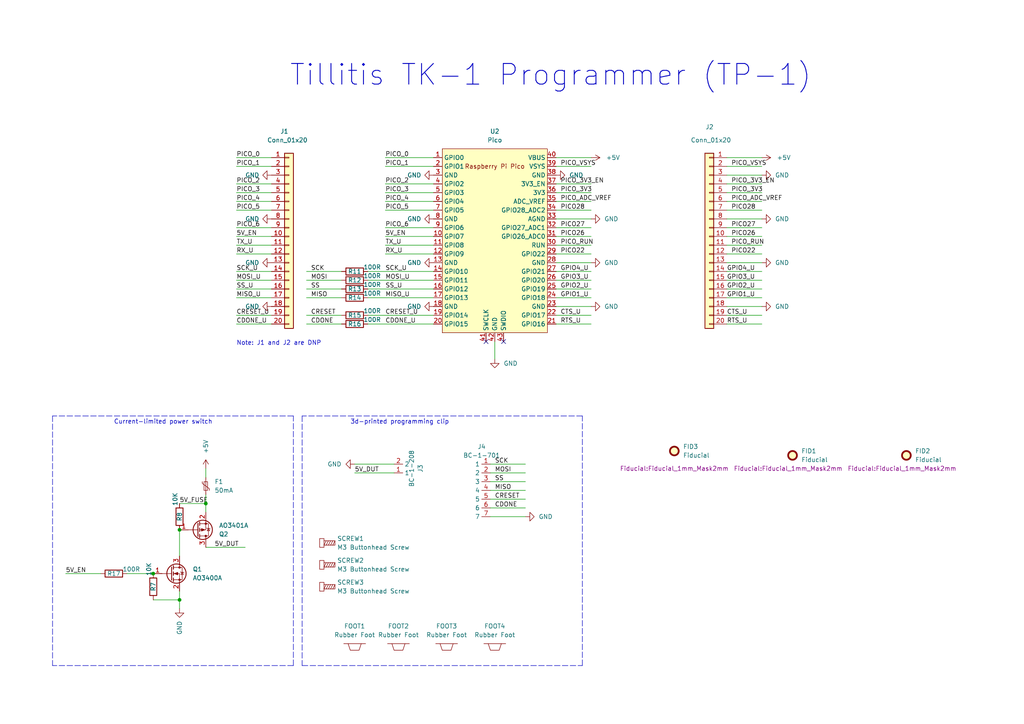
<source format=kicad_sch>
(kicad_sch (version 20211123) (generator eeschema)
  (paper "A4")
  (title_block (title "Tillits TK1 Programmer (TP-1)") (date "2022-09-12") (rev "RevA") (company "Tillitis AB") (comment 1 "2022-11-14") (comment 2 "https://github.com/tillitis/tillitis-key1"))
  (lib_symbols
    (symbol "Connector_Generic:Conn_01x20" (pin_names (offset 1.016) hide)
      (property "Reference" "J" (at 0 25.4 0))
      (property "Value" "Conn_01x20" (at 0 -27.94 0))
      (symbol "Conn_01x20_1_1"
        (rectangle (start -1.27 -25.273) (end 0 -25.527) (stroke (width 0.1524)))
        (rectangle (start -1.27 -22.733) (end 0 -22.987) (stroke (width 0.1524)))
        (rectangle (start -1.27 -20.193) (end 0 -20.447) (stroke (width 0.1524)))
        (rectangle (start -1.27 -17.653) (end 0 -17.907) (stroke (width 0.1524)))
        (rectangle (start -1.27 -15.113) (end 0 -15.367) (stroke (width 0.1524)))
        (rectangle (start -1.27 -12.573) (end 0 -12.827) (stroke (width 0.1524)))
        (rectangle (start -1.27 -10.033) (end 0 -10.287) (stroke (width 0.1524)))
        (rectangle (start -1.27 -7.493) (end 0 -7.747) (stroke (width 0.1524)))
        (rectangle (start -1.27 -4.953) (end 0 -5.207) (stroke (width 0.1524)))
        (rectangle (start -1.27 -2.413) (end 0 -2.667) (stroke (width 0.1524)))
        (rectangle (start -1.27 0.127) (end 0 -0.127) (stroke (width 0.1524)))
        (rectangle (start -1.27 2.667) (end 0 2.413) (stroke (width 0.1524)))
        (rectangle (start -1.27 5.207) (end 0 4.953) (stroke (width 0.1524)))
        (rectangle (start -1.27 7.747) (end 0 7.493) (stroke (width 0.1524)))
        (rectangle (start -1.27 10.287) (end 0 10.033) (stroke (width 0.1524)))
        (rectangle (start -1.27 12.827) (end 0 12.573) (stroke (width 0.1524)))
        (rectangle (start -1.27 15.367) (end 0 15.113) (stroke (width 0.1524)))
        (rectangle (start -1.27 17.907) (end 0 17.653) (stroke (width 0.1524)))
        (rectangle (start -1.27 20.447) (end 0 20.193) (stroke (width 0.1524)))
        (rectangle (start -1.27 22.987) (end 0 22.733) (stroke (width 0.1524)))
        (rectangle (start -1.27 24.13) (end 1.27 -26.67) (stroke (width 0.254)) (fill (type background)))
        (pin passive line (at -5.08 22.86 0) (length 3.81) (name "Pin_1") (number "1"))
        (pin passive line (at -5.08 0 0) (length 3.81) (name "Pin_10") (number "10"))
        (pin passive line (at -5.08 -2.54 0) (length 3.81) (name "Pin_11") (number "11"))
        (pin passive line (at -5.08 -5.08 0) (length 3.81) (name "Pin_12") (number "12"))
        (pin passive line (at -5.08 -7.62 0) (length 3.81) (name "Pin_13") (number "13"))
        (pin passive line (at -5.08 -10.16 0) (length 3.81) (name "Pin_14") (number "14"))
        (pin passive line (at -5.08 -12.7 0) (length 3.81) (name "Pin_15") (number "15"))
        (pin passive line (at -5.08 -15.24 0) (length 3.81) (name "Pin_16") (number "16"))
        (pin passive line (at -5.08 -17.78 0) (length 3.81) (name "Pin_17") (number "17"))
        (pin passive line (at -5.08 -20.32 0) (length 3.81) (name "Pin_18") (number "18"))
        (pin passive line (at -5.08 -22.86 0) (length 3.81) (name "Pin_19") (number "19"))
        (pin passive line (at -5.08 20.32 0) (length 3.81) (name "Pin_2") (number "2"))
        (pin passive line (at -5.08 -25.4 0) (length 3.81) (name "Pin_20") (number "20"))
        (pin passive line (at -5.08 17.78 0) (length 3.81) (name "Pin_3") (number "3"))
        (pin passive line (at -5.08 15.24 0) (length 3.81) (name "Pin_4") (number "4"))
        (pin passive line (at -5.08 12.7 0) (length 3.81) (name "Pin_5") (number "5"))
        (pin passive line (at -5.08 10.16 0) (length 3.81) (name "Pin_6") (number "6"))
        (pin passive line (at -5.08 7.62 0) (length 3.81) (name "Pin_7") (number "7"))
        (pin passive line (at -5.08 5.08 0) (length 3.81) (name "Pin_8") (number "8"))
        (pin passive line (at -5.08 2.54 0) (length 3.81) (name "Pin_9") (number "9"))
      )
    )
    (symbol "Device:Polyfuse_Small" (pin_numbers hide) (pin_names (offset 0))
      (property "Reference" "F" (at -1.905 0 90))
      (property "Value" "Polyfuse_Small" (at 1.905 0 90))
      (symbol "Polyfuse_Small_0_1"
        (rectangle (start -0.508 1.27) (end 0.508 -1.27))
        (polyline (pts (xy 0 2.54) (xy 0 -2.54)))
        (polyline (pts (xy -1.016 1.27) (xy -1.016 0.762) (xy 1.016 -0.762) (xy 1.016 -1.27)))
      )
      (symbol "Polyfuse_Small_1_1"
        (pin passive line (at 0 2.54 270) (length 0.635) (name "~") (number "1"))
        (pin passive line (at 0 -2.54 90) (length 0.635) (name "~") (number "2"))
      )
    )
    (symbol "Device:R" (pin_numbers hide) (pin_names (offset 0))
      (property "Reference" "R" (at 2.032 0 90))
      (property "Value" "R" (at 0 0 90))
      (symbol "R_0_1"
        (rectangle (start -1.016 -2.54) (end 1.016 2.54) (stroke (width 0.254)))
      )
      (symbol "R_1_1"
        (pin passive line (at 0 3.81 270) (length 1.27) (name "~") (number "1"))
        (pin passive line (at 0 -3.81 90) (length 1.27) (name "~") (number "2"))
      )
    )
    (symbol "MCU_RaspberryPi_and_Boards:Pico"
      (property "Reference" "U" (at -13.97 27.94 0))
      (property "Value" "Pico" (at 0 19.05 0))
      (symbol "Pico_0_0"
        (text "Raspberry Pi Pico" (at 0 21.59 0) (effects (font (size 1.27 1.27))))
      )
      (symbol "Pico_0_1"
        (rectangle (start -15.24 26.67) (end 15.24 -26.67) (fill (type background)))
      )
      (symbol "Pico_1_1"
        (pin bidirectional line (at -17.78 24.13 0) (length 2.54) (name "GPIO0") (number "1"))
        (pin bidirectional line (at -17.78 1.27 0) (length 2.54) (name "GPIO7") (number "10"))
        (pin bidirectional line (at -17.78 -1.27 0) (length 2.54) (name "GPIO8") (number "11"))
        (pin bidirectional line (at -17.78 -3.81 0) (length 2.54) (name "GPIO9") (number "12"))
        (pin power_in line (at -17.78 -6.35 0) (length 2.54) (name "GND") (number "13"))
        (pin bidirectional line (at -17.78 -8.89 0) (length 2.54) (name "GPIO10") (number "14"))
        (pin bidirectional line (at -17.78 -11.43 0) (length 2.54) (name "GPIO11") (number "15"))
        (pin bidirectional line (at -17.78 -13.97 0) (length 2.54) (name "GPIO12") (number "16"))
        (pin bidirectional line (at -17.78 -16.51 0) (length 2.54) (name "GPIO13") (number "17"))
        (pin power_in line (at -17.78 -19.05 0) (length 2.54) (name "GND") (number "18"))
        (pin bidirectional line (at -17.78 -21.59 0) (length 2.54) (name "GPIO14") (number "19"))
        (pin bidirectional line (at -17.78 21.59 0) (length 2.54) (name "GPIO1") (number "2"))
        (pin bidirectional line (at -17.78 -24.13 0) (length 2.54) (name "GPIO15") (number "20"))
        (pin bidirectional line (at 17.78 -24.13 180) (length 2.54) (name "GPIO16") (number "21"))
        (pin bidirectional line (at 17.78 -21.59 180) (length 2.54) (name "GPIO17") (number "22"))
        (pin power_in line (at 17.78 -19.05 180) (length 2.54) (name "GND") (number "23"))
        (pin bidirectional line (at 17.78 -16.51 180) (length 2.54) (name "GPIO18") (number "24"))
        (pin bidirectional line (at 17.78 -13.97 180) (length 2.54) (name "GPIO19") (number "25"))
        (pin bidirectional line (at 17.78 -11.43 180) (length 2.54) (name "GPIO20") (number "26"))
        (pin bidirectional line (at 17.78 -8.89 180) (length 2.54) (name "GPIO21") (number "27"))
        (pin power_in line (at 17.78 -6.35 180) (length 2.54) (name "GND") (number "28"))
        (pin bidirectional line (at 17.78 -3.81 180) (length 2.54) (name "GPIO22") (number "29"))
        (pin power_in line (at -17.78 19.05 0) (length 2.54) (name "GND") (number "3"))
        (pin input line (at 17.78 -1.27 180) (length 2.54) (name "RUN") (number "30"))
        (pin bidirectional line (at 17.78 1.27 180) (length 2.54) (name "GPIO26_ADC0") (number "31"))
        (pin bidirectional line (at 17.78 3.81 180) (length 2.54) (name "GPIO27_ADC1") (number "32"))
        (pin power_in line (at 17.78 6.35 180) (length 2.54) (name "AGND") (number "33"))
        (pin bidirectional line (at 17.78 8.89 180) (length 2.54) (name "GPIO28_ADC2") (number "34"))
        (pin power_in line (at 17.78 11.43 180) (length 2.54) (name "ADC_VREF") (number "35"))
        (pin power_in line (at 17.78 13.97 180) (length 2.54) (name "3V3") (number "36"))
        (pin input line (at 17.78 16.51 180) (length 2.54) (name "3V3_EN") (number "37"))
        (pin bidirectional line (at 17.78 19.05 180) (length 2.54) (name "GND") (number "38"))
        (pin power_in line (at 17.78 21.59 180) (length 2.54) (name "VSYS") (number "39"))
        (pin bidirectional line (at -17.78 16.51 0) (length 2.54) (name "GPIO2") (number "4"))
        (pin power_in line (at 17.78 24.13 180) (length 2.54) (name "VBUS") (number "40"))
        (pin input line (at -2.54 -29.21 90) (length 2.54) (name "SWCLK") (number "41"))
        (pin power_in line (at 0 -29.21 90) (length 2.54) (name "GND") (number "42"))
        (pin bidirectional line (at 2.54 -29.21 90) (length 2.54) (name "SWDIO") (number "43"))
        (pin bidirectional line (at -17.78 13.97 0) (length 2.54) (name "GPIO3") (number "5"))
        (pin bidirectional line (at -17.78 11.43 0) (length 2.54) (name "GPIO4") (number "6"))
        (pin bidirectional line (at -17.78 8.89 0) (length 2.54) (name "GPIO5") (number "7"))
        (pin power_in line (at -17.78 6.35 0) (length 2.54) (name "GND") (number "8"))
        (pin bidirectional line (at -17.78 3.81 0) (length 2.54) (name "GPIO6") (number "9"))
      )
    )
    (symbol "Mechanical:Fiducial"
      (property "Reference" "FID" (at 0 5.08 0))
      (property "Value" "Fiducial" (at 0 3.175 0))
      (symbol "Fiducial_0_1"
        (circle (center 0 0) (radius 1.27) (stroke (width 0.508)) (fill (type background)))
      )
    )
    (symbol "Transistor_FET:AO3400A" (pin_names hide)
      (property "Reference" "Q" (at 5.08 1.905 0))
      (property "Value" "AO3400A" (at 5.08 0 0))
      (symbol "AO3400A_0_1"
        (polyline (pts (xy 0.254 0) (xy -2.54 0)))
        (polyline (pts (xy 0.254 1.905) (xy 0.254 -1.905)) (stroke (width 0.254)))
        (polyline (pts (xy 0.762 -1.27) (xy 0.762 -2.286)) (stroke (width 0.254)))
        (polyline (pts (xy 0.762 0.508) (xy 0.762 -0.508)) (stroke (width 0.254)))
        (polyline (pts (xy 0.762 2.286) (xy 0.762 1.27)) (stroke (width 0.254)))
        (polyline (pts (xy 2.54 2.54) (xy 2.54 1.778)))
        (polyline (pts (xy 2.54 -2.54) (xy 2.54 0) (xy 0.762 0)))
        (polyline (pts (xy 0.762 -1.778) (xy 3.302 -1.778) (xy 3.302 1.778) (xy 0.762 1.778)))
        (polyline (pts (xy 1.016 0) (xy 2.032 0.381) (xy 2.032 -0.381) (xy 1.016 0)) (fill (type outline)))
        (polyline (pts (xy 2.794 0.508) (xy 2.921 0.381) (xy 3.683 0.381) (xy 3.81 0.254)))
        (polyline (pts (xy 3.302 0.381) (xy 2.921 -0.254) (xy 3.683 -0.254) (xy 3.302 0.381)))
        (circle (center 1.651 0) (radius 2.794) (stroke (width 0.254)))
        (circle (center 2.54 -1.778) (radius 0.254) (fill (type outline)))
        (circle (center 2.54 1.778) (radius 0.254) (fill (type outline)))
      )
      (symbol "AO3400A_1_1"
        (pin input line (at -5.08 0 0) (length 2.54) (name "G") (number "1"))
        (pin passive line (at 2.54 -5.08 90) (length 2.54) (name "S") (number "2"))
        (pin passive line (at 2.54 5.08 270) (length 2.54) (name "D") (number "3"))
      )
    )
    (symbol "Transistor_FET:AO3401A" (pin_names hide)
      (property "Reference" "Q" (at 5.08 1.905 0))
      (property "Value" "AO3401A" (at 5.08 0 0))
      (symbol "AO3401A_0_1"
        (polyline (pts (xy 0.254 0) (xy -2.54 0)))
        (polyline (pts (xy 0.254 1.905) (xy 0.254 -1.905)) (stroke (width 0.254)))
        (polyline (pts (xy 0.762 -1.27) (xy 0.762 -2.286)) (stroke (width 0.254)))
        (polyline (pts (xy 0.762 0.508) (xy 0.762 -0.508)) (stroke (width 0.254)))
        (polyline (pts (xy 0.762 2.286) (xy 0.762 1.27)) (stroke (width 0.254)))
        (polyline (pts (xy 2.54 2.54) (xy 2.54 1.778)))
        (polyline (pts (xy 2.54 -2.54) (xy 2.54 0) (xy 0.762 0)))
        (polyline (pts (xy 0.762 1.778) (xy 3.302 1.778) (xy 3.302 -1.778) (xy 0.762 -1.778)))
        (polyline (pts (xy 2.286 0) (xy 1.27 0.381) (xy 1.27 -0.381) (xy 2.286 0)) (fill (type outline)))
        (polyline (pts (xy 2.794 -0.508) (xy 2.921 -0.381) (xy 3.683 -0.381) (xy 3.81 -0.254)))
        (polyline (pts (xy 3.302 -0.381) (xy 2.921 0.254) (xy 3.683 0.254) (xy 3.302 -0.381)))
        (circle (center 1.651 0) (radius 2.794) (stroke (width 0.254)))
        (circle (center 2.54 -1.778) (radius 0.254) (fill (type outline)))
        (circle (center 2.54 1.778) (radius 0.254) (fill (type outline)))
      )
      (symbol "AO3401A_1_1"
        (pin input line (at -5.08 0 0) (length 2.54) (name "G") (number "1"))
        (pin passive line (at 2.54 -5.08 90) (length 2.54) (name "S") (number "2"))
        (pin passive line (at 2.54 5.08 270) (length 2.54) (name "D") (number "3"))
      )
    )
    (symbol "mta1:BC-1-208"
      (property "Reference" "J" (at 0 5.08 0))
      (property "Value" "BC-1-208" (at 0 2.54 0))
      (symbol "BC-1-208_1_1"
        (pin passive line (at 2.54 0 180) (length 2.54) (name "1") (number "1"))
        (pin passive line (at 2.54 -2.54 180) (length 2.54) (name "2") (number "2"))
      )
    )
    (symbol "mta1:BC-1-701"
      (property "Reference" "J" (at 0 5.08 0))
      (property "Value" "BC-1-701" (at 0 2.54 0))
      (symbol "BC-1-701_1_1"
        (pin passive line (at 2.54 0 180) (length 2.54) (name "1") (number "1"))
        (pin passive line (at 2.54 -2.54 180) (length 2.54) (name "2") (number "2"))
        (pin passive line (at 2.54 -5.08 180) (length 2.54) (name "3") (number "3"))
        (pin passive line (at 2.54 -7.62 180) (length 2.54) (name "4") (number "4"))
        (pin passive line (at 2.54 -10.16 180) (length 2.54) (name "5") (number "5"))
        (pin passive line (at 2.54 -12.7 180) (length 2.54) (name "6") (number "6"))
        (pin passive line (at 2.54 -15.24 180) (length 2.54) (name "7") (number "7"))
      )
    )
    (symbol "mta1:Foot"
      (property "Reference" "FOOT" (at 0 2.54 0))
      (property "Value" "Foot" (at 0 -1.905 0))
      (symbol "Foot_0_1"
        (polyline (pts (xy -3.175 1.27) (xy 3.175 1.27)))
        (polyline (pts (xy 1.905 1.27) (xy 1.27 -0.635) (xy -1.27 -0.635) (xy -1.905 1.27)))
      )
    )
    (symbol "mta1:Screw" (on_board no)
      (property "Reference" "SCREW?" (at 0 2.54 0))
      (property "Value" "Screw" (at 0 -2.54 0))
      (symbol "Screw_0_1"
        (polyline (pts (xy 0.635 0.635) (xy 0 -0.635)))
        (polyline (pts (xy 1.27 0.635) (xy 0.635 -0.635)))
        (polyline (pts (xy 1.905 0.635) (xy 1.27 -0.635)))
        (polyline (pts (xy 2.54 0.635) (xy 1.905 -0.635)))
        (polyline (pts (xy 3.175 0.635) (xy 2.54 -0.635)))
        (polyline (pts (xy 0 0.635) (xy 3.175 0.635) (xy 3.175 -0.635) (xy 0 -0.635)))
        (polyline (pts (xy -1.27 1.27) (xy -1.27 -1.27) (xy 0 -1.27) (xy 0 1.27) (xy -1.27 1.27)))
      )
    )
    (symbol "power:+5V" (power) (pin_names (offset 0))
      (property "Value" "+5V" (at 0 3.556 0))
      (symbol "+5V_0_1"
        (polyline (pts (xy -0.762 1.27) (xy 0 2.54)))
        (polyline (pts (xy 0 0) (xy 0 2.54)))
        (polyline (pts (xy 0 2.54) (xy 0.762 1.27)))
      )
      (symbol "+5V_1_1"
        (pin power_in line (at 0 0 90) (length 0) hide (name "+5V") (number "1"))
      )
    )
    (symbol "power:GND" (power) (pin_names (offset 0))
      (property "Value" "GND" (at 0 -3.81 0))
      (symbol "GND_0_1"
        (polyline (pts (xy 0 0) (xy 0 -1.27) (xy 1.27 -1.27) (xy 0 -2.54) (xy -1.27 -1.27) (xy 0 -1.27)))
      )
      (symbol "GND_1_1"
        (pin power_in line (at 0 0 270) (length 0) hide (name "GND") (number "1"))
      )
    )
  )
  (junction (at 52.07 173.99))
  (junction (at 44.45 166.37))
  (junction (at 52.07 153.67))
  (junction (at 59.69 146.05))
  (no_connect (at 140.97 99.06))
  (no_connect (at 146.05 99.06))
  (wire (pts (xy 111.76 48.26) (xy 125.73 48.26)))
  (wire (pts (xy 161.29 71.12) (xy 171.45 71.12)))
  (wire (pts (xy 161.29 58.42) (xy 171.45 58.42)))
  (wire (pts (xy 161.29 66.04) (xy 171.45 66.04)))
  (wire (pts (xy 68.58 93.98) (xy 78.74 93.98)))
  (polyline (pts (xy 15.24 120.65) (xy 15.24 193.04)))
  (wire (pts (xy 210.82 78.74) (xy 220.98 78.74)))
  (wire (pts (xy 106.68 93.98) (xy 125.73 93.98)))
  (wire (pts (xy 210.82 81.28) (xy 220.98 81.28)))
  (wire (pts (xy 210.82 60.96) (xy 220.98 60.96)))
  (wire (pts (xy 106.68 83.82) (xy 125.73 83.82)))
  (wire (pts (xy 143.51 104.14) (xy 143.51 99.06)))
  (wire (pts (xy 142.24 142.24) (xy 152.4 142.24)))
  (wire (pts (xy 210.82 66.04) (xy 220.98 66.04)))
  (wire (pts (xy 210.82 48.26) (xy 220.98 48.26)))
  (wire (pts (xy 142.24 137.16) (xy 152.4 137.16)))
  (wire (pts (xy 111.76 53.34) (xy 125.73 53.34)))
  (wire (pts (xy 142.24 139.7) (xy 152.4 139.7)))
  (wire (pts (xy 68.58 58.42) (xy 78.74 58.42)))
  (wire (pts (xy 161.29 91.44) (xy 171.45 91.44)))
  (wire (pts (xy 52.07 153.67) (xy 52.07 161.29)))
  (polyline (pts (xy 87.63 193.04) (xy 168.91 193.04)))
  (wire (pts (xy 210.82 53.34) (xy 220.98 53.34)))
  (wire (pts (xy 111.76 45.72) (xy 125.73 45.72)))
  (wire (pts (xy 111.76 71.12) (xy 125.73 71.12)))
  (wire (pts (xy 142.24 134.62) (xy 152.4 134.62)))
  (polyline (pts (xy 87.63 120.65) (xy 87.63 193.04)))
  (wire (pts (xy 111.76 66.04) (xy 125.73 66.04)))
  (wire (pts (xy 161.29 60.96) (xy 171.45 60.96)))
  (wire (pts (xy 106.68 86.36) (xy 125.73 86.36)))
  (wire (pts (xy 68.58 68.58) (xy 78.74 68.58)))
  (wire (pts (xy 111.76 60.96) (xy 125.73 60.96)))
  (wire (pts (xy 88.9 91.44) (xy 99.06 91.44)))
  (wire (pts (xy 152.4 149.86) (xy 142.24 149.86)))
  (wire (pts (xy 68.58 71.12) (xy 78.74 71.12)))
  (polyline (pts (xy 168.91 120.65) (xy 87.63 120.65)))
  (wire (pts (xy 68.58 53.34) (xy 78.74 53.34)))
  (wire (pts (xy 88.9 93.98) (xy 99.06 93.98)))
  (wire (pts (xy 68.58 55.88) (xy 78.74 55.88)))
  (wire (pts (xy 161.29 93.98) (xy 171.45 93.98)))
  (wire (pts (xy 220.98 76.2) (xy 210.82 76.2)))
  (wire (pts (xy 161.29 53.34) (xy 171.45 53.34)))
  (wire (pts (xy 210.82 86.36) (xy 220.98 86.36)))
  (wire (pts (xy 210.82 83.82) (xy 220.98 83.82)))
  (wire (pts (xy 68.58 91.44) (xy 78.74 91.44)))
  (wire (pts (xy 68.58 78.74) (xy 78.74 78.74)))
  (wire (pts (xy 171.45 76.2) (xy 161.29 76.2)))
  (polyline (pts (xy 85.09 120.65) (xy 15.24 120.65)))
  (polyline (pts (xy 168.91 193.04) (xy 168.91 120.65)))
  (wire (pts (xy 88.9 81.28) (xy 99.06 81.28)))
  (wire (pts (xy 210.82 91.44) (xy 220.98 91.44)))
  (wire (pts (xy 68.58 48.26) (xy 78.74 48.26)))
  (wire (pts (xy 88.9 86.36) (xy 99.06 86.36)))
  (wire (pts (xy 142.24 144.78) (xy 152.4 144.78)))
  (wire (pts (xy 210.82 93.98) (xy 220.98 93.98)))
  (wire (pts (xy 59.69 146.05) (xy 59.69 148.59)))
  (wire (pts (xy 52.07 146.05) (xy 59.69 146.05)))
  (wire (pts (xy 210.82 55.88) (xy 220.98 55.88)))
  (wire (pts (xy 220.98 88.9) (xy 210.82 88.9)))
  (wire (pts (xy 220.98 63.5) (xy 210.82 63.5)))
  (wire (pts (xy 68.58 86.36) (xy 78.74 86.36)))
  (wire (pts (xy 161.29 86.36) (xy 171.45 86.36)))
  (wire (pts (xy 88.9 83.82) (xy 99.06 83.82)))
  (wire (pts (xy 210.82 45.72) (xy 220.98 45.72)))
  (wire (pts (xy 68.58 73.66) (xy 78.74 73.66)))
  (polyline (pts (xy 85.09 193.04) (xy 85.09 120.65)))
  (wire (pts (xy 111.76 73.66) (xy 125.73 73.66)))
  (wire (pts (xy 102.87 137.16) (xy 114.3 137.16)))
  (wire (pts (xy 220.98 50.8) (xy 210.82 50.8)))
  (wire (pts (xy 171.45 88.9) (xy 161.29 88.9)))
  (wire (pts (xy 106.68 81.28) (xy 125.73 81.28)))
  (wire (pts (xy 111.76 68.58) (xy 125.73 68.58)))
  (wire (pts (xy 52.07 173.99) (xy 52.07 171.45)))
  (wire (pts (xy 44.45 173.99) (xy 52.07 173.99)))
  (wire (pts (xy 52.07 176.53) (xy 52.07 173.99)))
  (wire (pts (xy 210.82 68.58) (xy 220.98 68.58)))
  (wire (pts (xy 59.69 135.89) (xy 59.69 138.43)))
  (wire (pts (xy 161.29 81.28) (xy 171.45 81.28)))
  (wire (pts (xy 161.29 48.26) (xy 171.45 48.26)))
  (wire (pts (xy 106.68 78.74) (xy 125.73 78.74)))
  (wire (pts (xy 36.83 166.37) (xy 44.45 166.37)))
  (wire (pts (xy 111.76 58.42) (xy 125.73 58.42)))
  (wire (pts (xy 161.29 55.88) (xy 171.45 55.88)))
  (wire (pts (xy 161.29 83.82) (xy 171.45 83.82)))
  (polyline (pts (xy 85.09 193.04) (xy 15.24 193.04)))
  (wire (pts (xy 59.69 158.75) (xy 71.12 158.75)))
  (wire (pts (xy 106.68 91.44) (xy 125.73 91.44)))
  (wire (pts (xy 68.58 81.28) (xy 78.74 81.28)))
  (wire (pts (xy 210.82 73.66) (xy 220.98 73.66)))
  (wire (pts (xy 68.58 60.96) (xy 78.74 60.96)))
  (wire (pts (xy 161.29 45.72) (xy 171.45 45.72)))
  (wire (pts (xy 210.82 71.12) (xy 220.98 71.12)))
  (wire (pts (xy 59.69 143.51) (xy 59.69 146.05)))
  (wire (pts (xy 171.45 63.5) (xy 161.29 63.5)))
  (wire (pts (xy 68.58 83.82) (xy 78.74 83.82)))
  (wire (pts (xy 68.58 66.04) (xy 78.74 66.04)))
  (wire (pts (xy 142.24 147.32) (xy 152.4 147.32)))
  (wire (pts (xy 210.82 58.42) (xy 220.98 58.42)))
  (wire (pts (xy 111.76 55.88) (xy 125.73 55.88)))
  (wire (pts (xy 161.29 68.58) (xy 171.45 68.58)))
  (wire (pts (xy 19.05 166.37) (xy 29.21 166.37)))
  (wire (pts (xy 161.29 78.74) (xy 171.45 78.74)))
  (wire (pts (xy 102.87 134.62) (xy 114.3 134.62)))
  (wire (pts (xy 68.58 45.72) (xy 78.74 45.72)))
  (wire (pts (xy 88.9 78.74) (xy 99.06 78.74)))
  (wire (pts (xy 161.29 73.66) (xy 171.45 73.66)))
  (text "Current-limited power switch" (at 33.02 123.19 0) (effects (font (size 1.27 1.27)) (justify left bottom)))
  (text "Tillitis TK-1 Programmer (TP-1)" (at 83.82 25.4 0) (effects (font (size 6 6) (thickness 0.254) bold) (justify left bottom)))
  (text "Note: J1 and J2 are DNP" (at 68.58 100.33 0) (effects (font (size 1.27 1.27)) (justify left bottom)))
  (text "3d-printed programming clip" (at 101.6 123.19 0) (effects (font (size 1.27 1.27)) (justify left bottom)))
  (label "MISO" (at 90.17 86.36 0))
  (label "TX_U" (at 111.76 71.12 0))
  (label "PICO_3V3" (at 212.09 55.88 0))
  (label "PICO_RUN" (at 212.09 71.12 0))
  (label "MOSI_U" (at 111.76 81.28 0))
  (label "PICO26" (at 212.09 68.58 0))
  (label "PICO_4" (at 68.58 58.42 0))
  (label "SCK" (at 143.51 134.62 0))
  (label "RTS_U" (at 162.56 93.98 0))
  (label "CRESET_U" (at 111.76 91.44 0))
  (label "CTS_U" (at 162.56 91.44 0))
  (label "5V_EN" (at 68.58 68.58 0))
  (label "PICO_5" (at 111.76 60.96 0))
  (label "SS" (at 90.17 83.82 0))
  (label "GPIO4_U" (at 162.56 78.74 0))
  (label "5V_EN" (at 19.05 166.37 0))
  (label "MISO_U" (at 68.58 86.36 0))
  (label "GPIO4_U" (at 210.82 78.74 0))
  (label "5V_DUT" (at 62.23 158.75 0))
  (label "CDONE" (at 90.17 93.98 0))
  (label "PICO_6" (at 111.76 66.04 0))
  (label "PICO22" (at 212.09 73.66 0))
  (label "RX_U" (at 68.58 73.66 0))
  (label "PICO_0" (at 68.58 45.72 0))
  (label "SCK_U" (at 68.58 78.74 0))
  (label "PICO_3V3_EN" (at 162.56 53.34 0))
  (label "PICO_VSYS" (at 162.56 48.26 0))
  (label "RX_U" (at 111.76 73.66 0))
  (label "CRESET_U" (at 68.58 91.44 0))
  (label "TX_U" (at 68.58 71.12 0))
  (label "SS_U" (at 111.76 83.82 0))
  (label "PICO_ADC_VREF" (at 162.56 58.42 0))
  (label "CDONE_U" (at 111.76 93.98 0))
  (label "GPIO2_U" (at 162.56 83.82 0))
  (label "SCK" (at 90.17 78.74 0))
  (label "PICO_6" (at 68.58 66.04 0))
  (label "PICO_3V3_EN" (at 212.09 53.34 0))
  (label "PICO_3" (at 111.76 55.88 0))
  (label "MOSI_U" (at 68.58 81.28 0))
  (label "GPIO3_U" (at 162.56 81.28 0))
  (label "PICO_VSYS" (at 212.09 48.26 0))
  (label "PICO_2" (at 111.76 53.34 0))
  (label "PICO27" (at 212.09 66.04 0))
  (label "GPIO1_U" (at 162.56 86.36 0))
  (label "MISO_U" (at 111.76 86.36 0))
  (label "GPIO2_U" (at 210.82 83.82 0))
  (label "MOSI" (at 143.51 137.16 0))
  (label "MOSI" (at 90.17 81.28 0))
  (label "CRESET" (at 90.17 91.44 0))
  (label "5V_FUSE" (at 52.07 146.05 0))
  (label "PICO_0" (at 111.76 45.72 0))
  (label "MISO" (at 143.51 142.24 0))
  (label "GPIO1_U" (at 210.82 86.36 0))
  (label "PICO_2" (at 68.58 53.34 0))
  (label "PICO26" (at 162.56 68.58 0))
  (label "CRESET" (at 143.51 144.78 0))
  (label "PICO_4" (at 111.76 58.42 0))
  (label "CTS_U" (at 210.82 91.44 0))
  (label "PICO27" (at 162.56 66.04 0))
  (label "CDONE" (at 143.51 147.32 0))
  (label "SCK_U" (at 111.76 78.74 0))
  (label "PICO28" (at 162.56 60.96 0))
  (label "PICO_RUN" (at 162.56 71.12 0))
  (label "PICO_1" (at 111.76 48.26 0))
  (label "5V_DUT" (at 102.87 137.16 0))
  (label "PICO_5" (at 68.58 60.96 0))
  (label "PICO_ADC_VREF" (at 212.09 58.42 0))
  (label "PICO28" (at 212.09 60.96 0))
  (label "CDONE_U" (at 68.58 93.98 0))
  (label "PICO_3" (at 68.58 55.88 0))
  (label "PICO_1" (at 68.58 48.26 0))
  (label "RTS_U" (at 210.82 93.98 0))
  (label "5V_EN" (at 111.76 68.58 0))
  (label "GPIO3_U" (at 210.82 81.28 0))
  (label "PICO22" (at 162.56 73.66 0))
  (label "SS" (at 143.51 139.7 0))
  (label "SS_U" (at 68.58 83.82 0))
  (label "PICO_3V3" (at 162.56 55.88 0))
  (symbol (lib_id "Device:R") (at 102.87 83.82 90) (unit 1)
    (property "Reference" "R13" (at 102.87 83.82 90))
    (property "Value" "100R" (at 107.95 82.55 90))
    (property "Footprint" "mta1:ERJ2G(0402)_L" (effects hide))
    (property "Extended Value" "1/16W,5%" (effects hide))
    (property "Manufacturer" "Any/not critical" (effects hide))
  )
  (symbol (lib_id "Device:R") (at 102.87 91.44 90) (unit 1)
    (property "Reference" "R15" (at 102.87 91.44 90))
    (property "Value" "100R" (at 107.95 90.17 90))
    (property "Footprint" "mta1:ERJ2G(0402)_L" (effects hide))
    (property "Extended Value" "1/16W,5%" (effects hide))
    (property "Manufacturer" "Any/not critical" (effects hide))
  )
  (symbol (lib_id "Mechanical:Fiducial") (at 195.58 130.81 0) (unit 1)
    (property "Reference" "FID3" (at 198.12 129.5399 0) (effects (justify left)))
    (property "Value" "Fiducial" (at 198.12 132.0799 0) (effects (justify left)))
    (property "Footprint" "Fiducial:Fiducial_1mm_Mask2mm" (at 195.58 135.89 0))
  )
  (symbol (lib_id "power:GND") (at 52.07 176.53 0) (unit 1)
    (property "Reference" "#PWR0114" (effects hide))
    (property "Value" "GND" (at 52.07 184.15 90) (effects (justify left)))
  )
  (symbol (lib_id "Connector_Generic:Conn_01x20") (at 205.74 68.58 0) (mirror y) (unit 1) (in_bom no)
    (property "Reference" "J2" (at 207.01 36.83 0) (effects (justify left)))
    (property "Value" "Conn_01x20" (at 212.09 40.64 0) (effects (justify left)))
    (property "Footprint" "Connector_PinHeader_2.54mm:PinHeader_1x20_P2.54mm_Vertical" (effects hide))
  )
  (symbol (lib_id "power:GND") (at 78.74 88.9 270) (unit 1)
    (property "Reference" "#PWR0110" (effects hide))
    (property "Value" "GND" (at 71.12 88.9 90) (effects (justify left)))
  )
  (symbol (lib_id "Device:R") (at 102.87 78.74 90) (unit 1)
    (property "Reference" "R11" (at 102.87 78.74 90))
    (property "Value" "100R" (at 107.95 77.47 90))
    (property "Footprint" "mta1:ERJ2G(0402)_L" (effects hide))
    (property "Extended Value" "1/16W,5%" (effects hide))
    (property "Manufacturer" "Any/not critical" (effects hide))
  )
  (symbol (lib_id "power:GND") (at 125.73 76.2 270) (unit 1)
    (property "Reference" "#PWR010" (effects hide))
    (property "Value" "GND" (at 118.11 76.2 90) (effects (justify left)))
  )
  (symbol (lib_id "MCU_RaspberryPi_and_Boards:Pico") (at 143.51 69.85 0) (unit 1)
    (property "Reference" "U2" (at 143.51 38.1 0))
    (property "Value" "Pico" (at 143.51 40.64 0))
    (property "Footprint" "MCU_RaspberryPi_and_Boards:RPi_Pico_SMD_reflow" (effects hide))
    (property "Manufacturer" "Raspberry Pi" (effects hide))
    (property "Manufacturer Part Number" "SC0915" (effects hide))
    (property "Supplier" "Digikey" (effects hide))
    (property "Supplier Part Number" "2648-SC0915TR-ND" (effects hide))
  )
  (symbol (lib_id "mta1:BC-1-208") (at 116.84 137.16 180) (unit 1)
    (property "Reference" "J3" (at 121.92 135.89 90))
    (property "Value" "BC-1-208" (at 119.38 135.89 90))
    (property "Footprint" "mta1:BC-1-208" (effects hide))
    (property "Manufacturer" "Disong" (effects hide))
    (property "Manufacturer Part Number" "BC-1-208" (effects hide))
  )
  (symbol (lib_id "power:GND") (at 78.74 63.5 270) (unit 1)
    (property "Reference" "#PWR0112" (effects hide))
    (property "Value" "GND" (at 71.12 63.5 90) (effects (justify left)))
  )
  (symbol (lib_id "power:GND") (at 152.4 149.86 90) (unit 1)
    (property "Reference" "#PWR06" (effects hide))
    (property "Value" "GND" (at 156.21 149.8599 90) (effects (justify right)))
  )
  (symbol (lib_id "mta1:Foot") (at 115.57 187.96 0) (unit 1) (on_board no)
    (property "Reference" "FOOT2" (at 115.57 181.61 0))
    (property "Value" "Rubber Foot" (at 115.57 184.15 0))
    (property "Extended Value" "8mm diameter x 2.8mm height, self-adhesive foot" (effects hide))
    (property "Manufacturer" "3M" (effects hide))
    (property "Manufacturer Part Number" "SJ5076" (effects hide))
    (property "Supplier" "RS" (effects hide))
    (property "Supplier Part Number" "120-6041" (effects hide))
  )
  (symbol (lib_id "Transistor_FET:AO3400A") (at 49.53 166.37 0) (unit 1)
    (property "Reference" "Q1" (at 55.88 165.0999 0) (effects (justify left)))
    (property "Value" "AO3400A" (at 55.88 167.6399 0) (effects (justify left)))
    (property "Footprint" "Package_TO_SOT_SMD:SOT-23" (effects hide))
    (property "Datasheet" "http://www.aosmd.com/pdfs/datasheet/AO3400A.pdf" (effects hide))
    (property "Manufacturer" "Alpha & Omega" (effects hide))
    (property "Manufacturer Part Number" "AO3400A" (effects hide))
    (property "Supplier" "Digikey" (effects hide))
    (property "Supplier Part Number" "785-1000-2-ND" (effects hide))
  )
  (symbol (lib_id "power:GND") (at 220.98 50.8 90) (unit 1)
    (property "Reference" "#PWR0107" (effects hide))
    (property "Value" "GND" (at 224.79 50.7999 90) (effects (justify right)))
  )
  (symbol (lib_id "Mechanical:Fiducial") (at 229.87 132.08 0) (unit 1)
    (property "Reference" "FID1" (at 232.41 130.8099 0) (effects (justify left)))
    (property "Value" "Fiducial" (at 232.41 133.3499 0) (effects (justify left)))
    (property "Footprint" "Fiducial:Fiducial_1mm_Mask2mm" (at 228.6 135.89 0))
  )
  (symbol (lib_id "Device:R") (at 102.87 93.98 90) (unit 1)
    (property "Reference" "R16" (at 102.87 93.98 90))
    (property "Value" "100R" (at 107.95 92.71 90))
    (property "Footprint" "mta1:ERJ2G(0402)_L" (effects hide))
    (property "Extended Value" "1/16W,5%" (effects hide))
    (property "Manufacturer" "Any/not critical" (effects hide))
  )
  (symbol (lib_id "power:GND") (at 125.73 88.9 270) (unit 1)
    (property "Reference" "#PWR011" (effects hide))
    (property "Value" "GND" (at 118.11 88.9 90) (effects (justify left)))
  )
  (symbol (lib_id "Device:R") (at 33.02 166.37 90) (unit 1)
    (property "Reference" "R17" (at 33.02 166.37 90))
    (property "Value" "100R" (at 38.1 165.1 90))
    (property "Footprint" "mta1:ERJ2G(0402)_L" (effects hide))
    (property "Extended Value" "1/16W,5%" (effects hide))
    (property "Manufacturer" "Any/not critical" (effects hide))
  )
  (symbol (lib_id "power:GND") (at 143.51 104.14 0) (unit 1)
    (property "Reference" "#PWR0115" (effects hide))
    (property "Value" "GND" (at 146.05 105.4099 0) (effects (justify left)))
  )
  (symbol (lib_id "power:GND") (at 171.45 63.5 90) (unit 1)
    (property "Reference" "#PWR014" (effects hide))
    (property "Value" "GND" (at 175.26 63.4999 90) (effects (justify right)))
  )
  (symbol (lib_id "mta1:Foot") (at 129.54 187.96 0) (unit 1) (on_board no)
    (property "Reference" "FOOT3" (at 129.54 181.61 0))
    (property "Value" "Rubber Foot" (at 129.54 184.15 0))
    (property "Extended Value" "8mm diameter x 2.8mm height, self-adhesive foot" (effects hide))
    (property "Manufacturer" "3M" (effects hide))
    (property "Manufacturer Part Number" "SJ5076" (effects hide))
    (property "Supplier" "RS" (effects hide))
    (property "Supplier Part Number" "120-6041" (effects hide))
  )
  (symbol (lib_id "power:GND") (at 171.45 88.9 90) (unit 1)
    (property "Reference" "#PWR018" (effects hide))
    (property "Value" "GND" (at 175.26 88.8999 90) (effects (justify right)))
  )
  (symbol (lib_id "power:GND") (at 171.45 76.2 90) (unit 1)
    (property "Reference" "#PWR017" (effects hide))
    (property "Value" "GND" (at 175.26 76.1999 90) (effects (justify right)))
  )
  (symbol (lib_id "Device:R") (at 102.87 86.36 90) (unit 1)
    (property "Reference" "R14" (at 102.87 86.36 90))
    (property "Value" "100R" (at 107.95 85.09 90))
    (property "Footprint" "mta1:ERJ2G(0402)_L" (effects hide))
    (property "Extended Value" "1/16W,5%" (effects hide))
    (property "Manufacturer" "Any/not critical" (effects hide))
  )
  (symbol (lib_id "power:GND") (at 78.74 50.8 270) (unit 1)
    (property "Reference" "#PWR0111" (effects hide))
    (property "Value" "GND" (at 71.12 50.8 90) (effects (justify left)))
  )
  (symbol (lib_id "power:GND") (at 125.73 63.5 270) (unit 1)
    (property "Reference" "#PWR09" (effects hide))
    (property "Value" "GND" (at 118.11 63.5 90) (effects (justify left)))
  )
  (symbol (lib_id "power:GND") (at 78.74 76.2 270) (unit 1)
    (property "Reference" "#PWR0109" (effects hide))
    (property "Value" "GND" (at 71.12 76.2 90) (effects (justify left)))
  )
  (symbol (lib_id "mta1:Foot") (at 102.87 187.96 0) (unit 1) (on_board no)
    (property "Reference" "FOOT1" (at 102.87 181.61 0))
    (property "Value" "Rubber Foot" (at 102.87 184.15 0))
    (property "Extended Value" "8mm diameter x 2.8mm height, self-adhesive foot" (effects hide))
    (property "Manufacturer" "3M" (effects hide))
    (property "Manufacturer Part Number" "SJ5076" (effects hide))
    (property "Supplier" "RS" (effects hide))
    (property "Supplier Part Number" "120-6041" (effects hide))
  )
  (symbol (lib_id "mta1:BC-1-701") (at 139.7 134.62 0) (unit 1)
    (property "Reference" "J4" (at 139.7 129.54 0))
    (property "Value" "BC-1-701" (at 139.7 132.08 0))
    (property "Footprint" "mta1:BC-1-701" (effects hide))
    (property "Manufacturer" "Disong" (effects hide))
    (property "Manufacturer Part Number" "BC-1-701" (effects hide))
  )
  (symbol (lib_id "power:+5V") (at 171.45 45.72 270) (unit 1)
    (property "Reference" "#PWR07" (effects hide))
    (property "Value" "+5V" (at 177.8 45.72 90))
  )
  (symbol (lib_id "Device:R") (at 102.87 81.28 90) (unit 1)
    (property "Reference" "R12" (at 102.87 81.28 90))
    (property "Value" "100R" (at 107.95 80.01 90))
    (property "Footprint" "mta1:ERJ2G(0402)_L" (effects hide))
    (property "Extended Value" "1/16W,5%" (effects hide))
    (property "Manufacturer" "Any/not critical" (effects hide))
  )
  (symbol (lib_id "power:+5V") (at 59.69 135.89 0) (unit 1)
    (property "Reference" "#PWR0113" (effects hide))
    (property "Value" "+5V" (at 59.69 129.54 90))
  )
  (symbol (lib_id "power:GND") (at 102.87 134.62 270) (unit 1)
    (property "Reference" "#PWR0102" (effects hide))
    (property "Value" "GND" (at 99.06 134.6201 90) (effects (justify right)))
  )
  (symbol (lib_id "power:+5V") (at 220.98 45.72 270) (unit 1)
    (property "Reference" "#PWR0106" (effects hide))
    (property "Value" "+5V" (at 227.33 45.72 90))
  )
  (symbol (lib_id "power:GND") (at 220.98 76.2 90) (unit 1)
    (property "Reference" "#PWR0101" (effects hide))
    (property "Value" "GND" (at 224.79 76.1999 90) (effects (justify right)))
  )
  (symbol (lib_id "Mechanical:Fiducial") (at 262.89 132.08 0) (unit 1)
    (property "Reference" "FID2" (at 265.43 130.8099 0) (effects (justify left)))
    (property "Value" "Fiducial" (at 265.43 133.3499 0) (effects (justify left)))
    (property "Footprint" "Fiducial:Fiducial_1mm_Mask2mm" (at 261.62 135.89 0))
  )
  (symbol (lib_id "Transistor_FET:AO3401A") (at 57.15 153.67 0) (mirror x) (unit 1)
    (property "Reference" "Q2" (at 63.5 154.9401 0) (effects (justify left)))
    (property "Value" "AO3401A" (at 63.5 152.4001 0) (effects (justify left)))
    (property "Footprint" "Package_TO_SOT_SMD:SOT-23" (effects hide))
    (property "Datasheet" "http://www.aosmd.com/pdfs/datasheet/AO3401A.pdf" (effects hide))
    (property "Manufacturer" "Alpha & Omega" (effects hide))
    (property "Manufacturer Part Number" "AO3401A" (effects hide))
    (property "Supplier" "Digikey" (effects hide))
    (property "Supplier Part Number" "785-1001-2-ND" (effects hide))
  )
  (symbol (lib_id "Device:Polyfuse_Small") (at 59.69 140.97 0) (unit 1)
    (property "Reference" "F1" (at 62.23 139.6999 0) (effects (justify left)))
    (property "Value" "50mA" (at 62.23 142.2399 0) (effects (justify left)))
    (property "Footprint" "Fuse:Fuse_1206_3216Metric" (effects hide))
    (property "Manufacturer" "Bel Fuse" (effects hide))
    (property "Manufacturer Part Number" "0ZCJ0005FF2E" (effects hide))
    (property "Supplier" "Digikey" (effects hide))
    (property "Supplier Part Number" "507-1793-2-ND" (effects hide))
  )
  (symbol (lib_id "Connector_Generic:Conn_01x20") (at 83.82 68.58 0) (unit 1) (in_bom no)
    (property "Reference" "J1" (at 81.28 38.1 0) (effects (justify left)))
    (property "Value" "Conn_01x20" (at 77.47 40.64 0) (effects (justify left)))
    (property "Footprint" "Connector_PinHeader_2.54mm:PinHeader_1x20_P2.54mm_Vertical" (effects hide))
  )
  (symbol (lib_id "mta1:Foot") (at 143.51 187.96 0) (unit 1) (on_board no)
    (property "Reference" "FOOT4" (at 143.51 181.61 0))
    (property "Value" "Rubber Foot" (at 143.51 184.15 0))
    (property "Extended Value" "8mm diameter x 2.8mm height, self-adhesive foot" (effects hide))
    (property "Manufacturer" "3M" (effects hide))
    (property "Manufacturer Part Number" "SJ5076" (effects hide))
    (property "Supplier" "RS" (effects hide))
    (property "Supplier Part Number" "120-6041" (effects hide))
  )
  (symbol (lib_id "mta1:Screw") (at 93.98 163.83 0) (unit 1) (on_board no)
    (property "Reference" "SCREW2" (at 97.79 162.5599 0) (effects (justify left)))
    (property "Value" "M3 Buttonhead Screw" (at 97.79 165.0999 0) (effects (justify left)))
    (property "Supplier" "McMaster-Carr" (effects hide))
    (property "Supplier Part Number" "94500A263" (effects hide))
    (property "Extended Value" "M3x0.5mm buttonhead screw, stainless steel, 5mm length" (effects hide))
  )
  (symbol (lib_id "Device:R") (at 52.07 149.86 180) (unit 1)
    (property "Reference" "R8" (at 52.07 149.86 90))
    (property "Value" "10K" (at 50.8 144.78 90))
    (property "Footprint" "mta1:ERJ2G(0402)_L" (effects hide))
    (property "Extended Value" "1/16W,5%" (effects hide))
    (property "Manufacturer" "Any/not critical" (effects hide))
  )
  (symbol (lib_id "Device:R") (at 44.45 170.18 180) (unit 1)
    (property "Reference" "R7" (at 44.45 170.18 90))
    (property "Value" "10K" (at 43.18 165.1 90))
    (property "Footprint" "mta1:ERJ2G(0402)_L" (effects hide))
    (property "Extended Value" "1/16W,5%" (effects hide))
    (property "Manufacturer" "Any/not critical" (effects hide))
  )
  (symbol (lib_id "power:GND") (at 220.98 63.5 90) (unit 1)
    (property "Reference" "#PWR0104" (effects hide))
    (property "Value" "GND" (at 224.79 63.4999 90) (effects (justify right)))
  )
  (symbol (lib_id "power:GND") (at 161.29 50.8 90) (unit 1)
    (property "Reference" "#PWR012" (effects hide))
    (property "Value" "GND" (at 165.1 50.7999 90) (effects (justify right)))
  )
  (symbol (lib_id "mta1:Screw") (at 93.98 157.48 0) (unit 1) (on_board no)
    (property "Reference" "SCREW1" (at 97.79 156.2099 0) (effects (justify left)))
    (property "Value" "M3 Buttonhead Screw" (at 97.79 158.7499 0) (effects (justify left)))
    (property "Supplier" "McMaster-Carr" (effects hide))
    (property "Supplier Part Number" "94500A263" (effects hide))
    (property "Extended Value" "M3x0.5mm buttonhead screw, stainless steel, 5mm length" (effects hide))
  )
  (symbol (lib_id "power:GND") (at 220.98 88.9 90) (unit 1)
    (property "Reference" "#PWR0108" (effects hide))
    (property "Value" "GND" (at 224.79 88.8999 90) (effects (justify right)))
  )
  (symbol (lib_id "power:GND") (at 125.73 50.8 270) (unit 1)
    (property "Reference" "#PWR08" (effects hide))
    (property "Value" "GND" (at 118.11 50.8 90) (effects (justify left)))
  )
  (symbol (lib_id "mta1:Screw") (at 93.98 170.18 0) (unit 1) (on_board no)
    (property "Reference" "SCREW3" (at 97.79 168.9099 0) (effects (justify left)))
    (property "Value" "M3 Buttonhead Screw" (at 97.79 171.4499 0) (effects (justify left)))
    (property "Supplier" "McMaster-Carr" (effects hide))
    (property "Supplier Part Number" "94500A263" (effects hide))
    (property "Extended Value" "M3x0.5mm buttonhead screw, stainless steel, 5mm length" (effects hide))
  )
)
</source>
